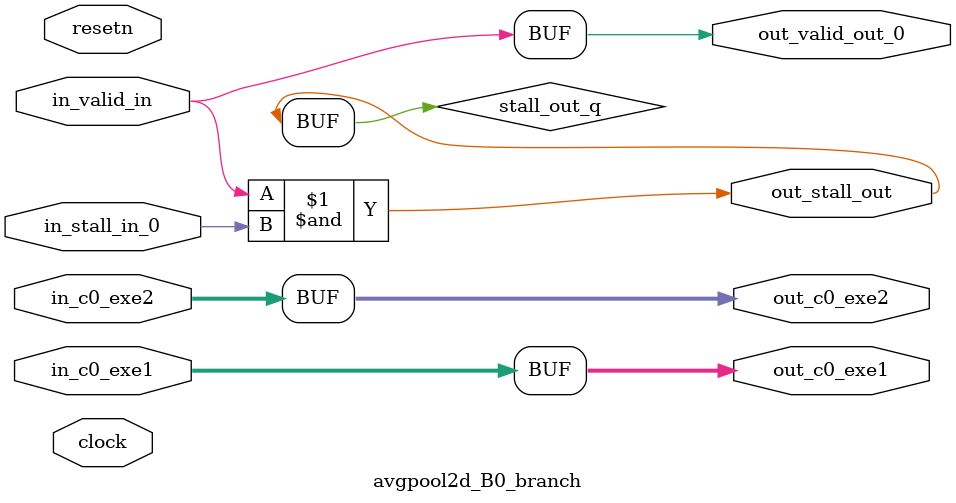
<source format=sv>



(* altera_attribute = "-name AUTO_SHIFT_REGISTER_RECOGNITION OFF; -name MESSAGE_DISABLE 10036; -name MESSAGE_DISABLE 10037; -name MESSAGE_DISABLE 14130; -name MESSAGE_DISABLE 14320; -name MESSAGE_DISABLE 15400; -name MESSAGE_DISABLE 14130; -name MESSAGE_DISABLE 10036; -name MESSAGE_DISABLE 12020; -name MESSAGE_DISABLE 12030; -name MESSAGE_DISABLE 12010; -name MESSAGE_DISABLE 12110; -name MESSAGE_DISABLE 14320; -name MESSAGE_DISABLE 13410; -name MESSAGE_DISABLE 113007; -name MESSAGE_DISABLE 10958" *)
module avgpool2d_B0_branch (
    input wire [31:0] in_c0_exe1,
    input wire [63:0] in_c0_exe2,
    input wire [0:0] in_stall_in_0,
    input wire [0:0] in_valid_in,
    output wire [31:0] out_c0_exe1,
    output wire [63:0] out_c0_exe2,
    output wire [0:0] out_stall_out,
    output wire [0:0] out_valid_out_0,
    input wire clock,
    input wire resetn
    );

    wire [0:0] stall_out_q;


    // out_c0_exe1(GPOUT,6)
    assign out_c0_exe1 = in_c0_exe1;

    // out_c0_exe2(GPOUT,7)
    assign out_c0_exe2 = in_c0_exe2;

    // stall_out(LOGICAL,10)
    assign stall_out_q = in_valid_in & in_stall_in_0;

    // out_stall_out(GPOUT,8)
    assign out_stall_out = stall_out_q;

    // out_valid_out_0(GPOUT,9)
    assign out_valid_out_0 = in_valid_in;

endmodule

</source>
